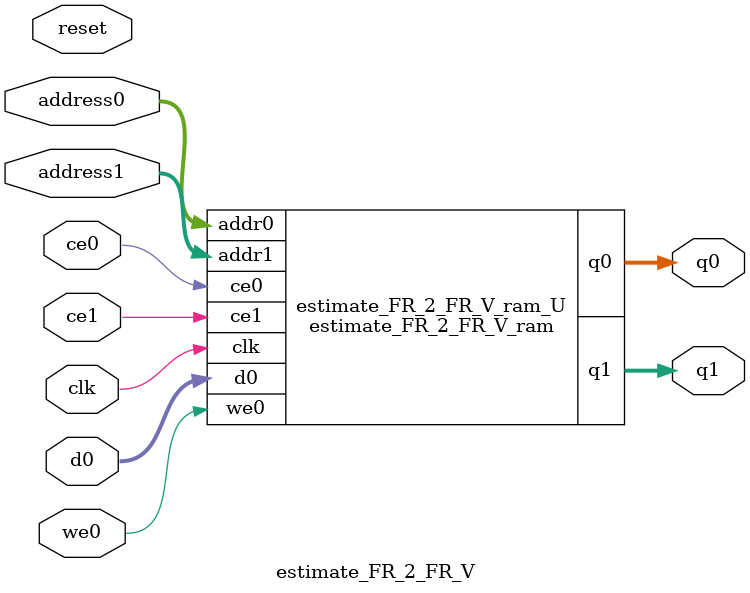
<source format=v>
`timescale 1 ns / 1 ps
module estimate_FR_2_FR_V_ram (addr0, ce0, d0, we0, q0, addr1, ce1, q1,  clk);

parameter DWIDTH = 7;
parameter AWIDTH = 7;
parameter MEM_SIZE = 96;

input[AWIDTH-1:0] addr0;
input ce0;
input[DWIDTH-1:0] d0;
input we0;
output reg[DWIDTH-1:0] q0;
input[AWIDTH-1:0] addr1;
input ce1;
output reg[DWIDTH-1:0] q1;
input clk;

(* ram_style = "distributed" *)reg [DWIDTH-1:0] ram[0:MEM_SIZE-1];




always @(posedge clk)  
begin 
    if (ce0) 
    begin
        if (we0) 
        begin 
            ram[addr0] <= d0; 
        end 
        q0 <= ram[addr0];
    end
end


always @(posedge clk)  
begin 
    if (ce1) 
    begin
        q1 <= ram[addr1];
    end
end


endmodule

`timescale 1 ns / 1 ps
module estimate_FR_2_FR_V(
    reset,
    clk,
    address0,
    ce0,
    we0,
    d0,
    q0,
    address1,
    ce1,
    q1);

parameter DataWidth = 32'd7;
parameter AddressRange = 32'd96;
parameter AddressWidth = 32'd7;
input reset;
input clk;
input[AddressWidth - 1:0] address0;
input ce0;
input we0;
input[DataWidth - 1:0] d0;
output[DataWidth - 1:0] q0;
input[AddressWidth - 1:0] address1;
input ce1;
output[DataWidth - 1:0] q1;



estimate_FR_2_FR_V_ram estimate_FR_2_FR_V_ram_U(
    .clk( clk ),
    .addr0( address0 ),
    .ce0( ce0 ),
    .we0( we0 ),
    .d0( d0 ),
    .q0( q0 ),
    .addr1( address1 ),
    .ce1( ce1 ),
    .q1( q1 ));

endmodule


</source>
